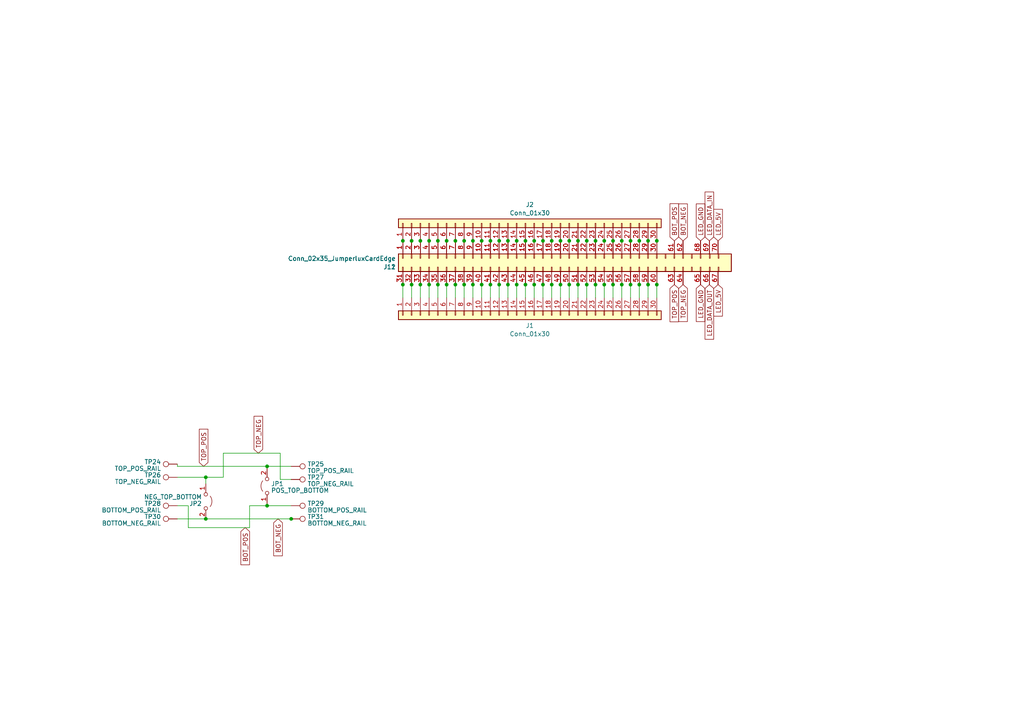
<source format=kicad_sch>
(kicad_sch (version 20231120) (generator "eeschema") (generator_version "8.0")
  (paper "A4")
  (lib_symbols
    (symbol "Connector_Generic:Conn_01x30" (pin_names (offset 1.016) hide)
      (property "Reference" "J" (at 0 38.1 0))
      (property "Value" "Conn_01x30" (at 0 -40.64 0))
      (symbol "Conn_01x30_1_1"
        (rectangle (start -1.27 -37.973) (end 0 -38.227) (stroke (width 0.1524)))
        (rectangle (start -1.27 -35.433) (end 0 -35.687) (stroke (width 0.1524)))
        (rectangle (start -1.27 -32.893) (end 0 -33.147) (stroke (width 0.1524)))
        (rectangle (start -1.27 -30.353) (end 0 -30.607) (stroke (width 0.1524)))
        (rectangle (start -1.27 -27.813) (end 0 -28.067) (stroke (width 0.1524)))
        (rectangle (start -1.27 -25.273) (end 0 -25.527) (stroke (width 0.1524)))
        (rectangle (start -1.27 -22.733) (end 0 -22.987) (stroke (width 0.1524)))
        (rectangle (start -1.27 -20.193) (end 0 -20.447) (stroke (width 0.1524)))
        (rectangle (start -1.27 -17.653) (end 0 -17.907) (stroke (width 0.1524)))
        (rectangle (start -1.27 -15.113) (end 0 -15.367) (stroke (width 0.1524)))
        (rectangle (start -1.27 -12.573) (end 0 -12.827) (stroke (width 0.1524)))
        (rectangle (start -1.27 -10.033) (end 0 -10.287) (stroke (width 0.1524)))
        (rectangle (start -1.27 -7.493) (end 0 -7.747) (stroke (width 0.1524)))
        (rectangle (start -1.27 -4.953) (end 0 -5.207) (stroke (width 0.1524)))
        (rectangle (start -1.27 -2.413) (end 0 -2.667) (stroke (width 0.1524)))
        (rectangle (start -1.27 0.127) (end 0 -0.127) (stroke (width 0.1524)))
        (rectangle (start -1.27 2.667) (end 0 2.413) (stroke (width 0.1524)))
        (rectangle (start -1.27 5.207) (end 0 4.953) (stroke (width 0.1524)))
        (rectangle (start -1.27 7.747) (end 0 7.493) (stroke (width 0.1524)))
        (rectangle (start -1.27 10.287) (end 0 10.033) (stroke (width 0.1524)))
        (rectangle (start -1.27 12.827) (end 0 12.573) (stroke (width 0.1524)))
        (rectangle (start -1.27 15.367) (end 0 15.113) (stroke (width 0.1524)))
        (rectangle (start -1.27 17.907) (end 0 17.653) (stroke (width 0.1524)))
        (rectangle (start -1.27 20.447) (end 0 20.193) (stroke (width 0.1524)))
        (rectangle (start -1.27 22.987) (end 0 22.733) (stroke (width 0.1524)))
        (rectangle (start -1.27 25.527) (end 0 25.273) (stroke (width 0.1524)))
        (rectangle (start -1.27 28.067) (end 0 27.813) (stroke (width 0.1524)))
        (rectangle (start -1.27 30.607) (end 0 30.353) (stroke (width 0.1524)))
        (rectangle (start -1.27 33.147) (end 0 32.893) (stroke (width 0.1524)))
        (rectangle (start -1.27 35.687) (end 0 35.433) (stroke (width 0.1524)))
        (rectangle (start -1.27 36.83) (end 1.27 -39.37) (stroke (width 0.254)) (fill (type background)))
        (pin passive line (at -5.08 35.56 0) (length 3.81) (name "Pin_1") (number "1"))
        (pin passive line (at -5.08 12.7 0) (length 3.81) (name "Pin_10") (number "10"))
        (pin passive line (at -5.08 10.16 0) (length 3.81) (name "Pin_11") (number "11"))
        (pin passive line (at -5.08 7.62 0) (length 3.81) (name "Pin_12") (number "12"))
        (pin passive line (at -5.08 5.08 0) (length 3.81) (name "Pin_13") (number "13"))
        (pin passive line (at -5.08 2.54 0) (length 3.81) (name "Pin_14") (number "14"))
        (pin passive line (at -5.08 0 0) (length 3.81) (name "Pin_15") (number "15"))
        (pin passive line (at -5.08 -2.54 0) (length 3.81) (name "Pin_16") (number "16"))
        (pin passive line (at -5.08 -5.08 0) (length 3.81) (name "Pin_17") (number "17"))
        (pin passive line (at -5.08 -7.62 0) (length 3.81) (name "Pin_18") (number "18"))
        (pin passive line (at -5.08 -10.16 0) (length 3.81) (name "Pin_19") (number "19"))
        (pin passive line (at -5.08 33.02 0) (length 3.81) (name "Pin_2") (number "2"))
        (pin passive line (at -5.08 -12.7 0) (length 3.81) (name "Pin_20") (number "20"))
        (pin passive line (at -5.08 -15.24 0) (length 3.81) (name "Pin_21") (number "21"))
        (pin passive line (at -5.08 -17.78 0) (length 3.81) (name "Pin_22") (number "22"))
        (pin passive line (at -5.08 -20.32 0) (length 3.81) (name "Pin_23") (number "23"))
        (pin passive line (at -5.08 -22.86 0) (length 3.81) (name "Pin_24") (number "24"))
        (pin passive line (at -5.08 -25.4 0) (length 3.81) (name "Pin_25") (number "25"))
        (pin passive line (at -5.08 -27.94 0) (length 3.81) (name "Pin_26") (number "26"))
        (pin passive line (at -5.08 -30.48 0) (length 3.81) (name "Pin_27") (number "27"))
        (pin passive line (at -5.08 -33.02 0) (length 3.81) (name "Pin_28") (number "28"))
        (pin passive line (at -5.08 -35.56 0) (length 3.81) (name "Pin_29") (number "29"))
        (pin passive line (at -5.08 30.48 0) (length 3.81) (name "Pin_3") (number "3"))
        (pin passive line (at -5.08 -38.1 0) (length 3.81) (name "Pin_30") (number "30"))
        (pin passive line (at -5.08 27.94 0) (length 3.81) (name "Pin_4") (number "4"))
        (pin passive line (at -5.08 25.4 0) (length 3.81) (name "Pin_5") (number "5"))
        (pin passive line (at -5.08 22.86 0) (length 3.81) (name "Pin_6") (number "6"))
        (pin passive line (at -5.08 20.32 0) (length 3.81) (name "Pin_7") (number "7"))
        (pin passive line (at -5.08 17.78 0) (length 3.81) (name "Pin_8") (number "8"))
        (pin passive line (at -5.08 15.24 0) (length 3.81) (name "Pin_9") (number "9"))
      )
    )
    (symbol "Connector_Generic:Conn_02x35_JumperluxCardEdge" (pin_names (offset 1.016) hide)
      (property "Reference" "J" (at 1.27 45.72 0))
      (property "Value" "Conn_02x35_JumperluxCardEdge" (at 1.27 -54.61 0))
      (symbol "Conn_02x35_JumperluxCardEdge_1_1"
        (rectangle (start -1.27 -48.26) (end 0 -48.514) (stroke (width 0.1524)))
        (rectangle (start -1.27 -45.72) (end 0 -45.974) (stroke (width 0.1524)))
        (rectangle (start -1.27 -43.053) (end 0 -43.307) (stroke (width 0.1524)))
        (rectangle (start -1.27 -40.513) (end 0 -40.767) (stroke (width 0.1524)))
        (rectangle (start -1.27 -37.973) (end 0 -38.227) (stroke (width 0.1524)))
        (rectangle (start -1.27 -35.433) (end 0 -35.687) (stroke (width 0.1524)))
        (rectangle (start -1.27 -32.893) (end 0 -33.147) (stroke (width 0.1524)))
        (rectangle (start -1.27 -30.353) (end 0 -30.607) (stroke (width 0.1524)))
        (rectangle (start -1.27 -27.813) (end 0 -28.067) (stroke (width 0.1524)))
        (rectangle (start -1.27 -25.273) (end 0 -25.527) (stroke (width 0.1524)))
        (rectangle (start -1.27 -22.733) (end 0 -22.987) (stroke (width 0.1524)))
        (rectangle (start -1.27 -20.193) (end 0 -20.447) (stroke (width 0.1524)))
        (rectangle (start -1.27 -17.653) (end 0 -17.907) (stroke (width 0.1524)))
        (rectangle (start -1.27 -15.113) (end 0 -15.367) (stroke (width 0.1524)))
        (rectangle (start -1.27 -12.573) (end 0 -12.827) (stroke (width 0.1524)))
        (rectangle (start -1.27 -10.033) (end 0 -10.287) (stroke (width 0.1524)))
        (rectangle (start -1.27 -7.493) (end 0 -7.747) (stroke (width 0.1524)))
        (rectangle (start -1.27 -4.953) (end 0 -5.207) (stroke (width 0.1524)))
        (rectangle (start -1.27 -2.413) (end 0 -2.667) (stroke (width 0.1524)))
        (rectangle (start -1.27 0.127) (end 0 -0.127) (stroke (width 0.1524)))
        (rectangle (start -1.27 2.667) (end 0 2.413) (stroke (width 0.1524)))
        (rectangle (start -1.27 5.207) (end 0 4.953) (stroke (width 0.1524)))
        (rectangle (start -1.27 7.747) (end 0 7.493) (stroke (width 0.1524)))
        (rectangle (start -1.27 10.287) (end 0 10.033) (stroke (width 0.1524)))
        (rectangle (start -1.27 12.827) (end 0 12.573) (stroke (width 0.1524)))
        (rectangle (start -1.27 15.367) (end 0 15.113) (stroke (width 0.1524)))
        (rectangle (start -1.27 17.907) (end 0 17.653) (stroke (width 0.1524)))
        (rectangle (start -1.27 20.447) (end 0 20.193) (stroke (width 0.1524)))
        (rectangle (start -1.27 22.987) (end 0 22.733) (stroke (width 0.1524)))
        (rectangle (start -1.27 25.527) (end 0 25.273) (stroke (width 0.1524)))
        (rectangle (start -1.27 28.067) (end 0 27.813) (stroke (width 0.1524)))
        (rectangle (start -1.27 30.607) (end 0 30.353) (stroke (width 0.1524)))
        (rectangle (start -1.27 33.147) (end 0 32.893) (stroke (width 0.1524)))
        (rectangle (start -1.27 35.687) (end 0 35.433) (stroke (width 0.1524)))
        (rectangle (start -1.27 38.227) (end 0 37.973) (stroke (width 0.1524)))
        (rectangle (start -1.27 40.767) (end 0 40.513) (stroke (width 0.1524)))
        (rectangle (start -1.27 43.307) (end 0 43.053) (stroke (width 0.1524)))
        (rectangle (start -1.27 44.45) (end 3.81 -52.07) (stroke (width 0.254)) (fill (type background)))
        (rectangle (start 2.54 -48.26) (end 3.81 -48.514) (stroke (width 0.1524)))
        (rectangle (start 2.54 -45.72) (end 3.81 -45.974) (stroke (width 0.1524)))
        (rectangle (start 2.54 -40.513) (end 3.81 -40.767) (stroke (width 0.1524)))
        (rectangle (start 3.81 -43.053) (end 2.54 -43.307) (stroke (width 0.1524)))
        (rectangle (start 3.81 -37.973) (end 2.54 -38.227) (stroke (width 0.1524)))
        (rectangle (start 3.81 -35.433) (end 2.54 -35.687) (stroke (width 0.1524)))
        (rectangle (start 3.81 -32.893) (end 2.54 -33.147) (stroke (width 0.1524)))
        (rectangle (start 3.81 -30.353) (end 2.54 -30.607) (stroke (width 0.1524)))
        (rectangle (start 3.81 -27.813) (end 2.54 -28.067) (stroke (width 0.1524)))
        (rectangle (start 3.81 -25.273) (end 2.54 -25.527) (stroke (width 0.1524)))
        (rectangle (start 3.81 -22.733) (end 2.54 -22.987) (stroke (width 0.1524)))
        (rectangle (start 3.81 -20.193) (end 2.54 -20.447) (stroke (width 0.1524)))
        (rectangle (start 3.81 -17.653) (end 2.54 -17.907) (stroke (width 0.1524)))
        (rectangle (start 3.81 -15.113) (end 2.54 -15.367) (stroke (width 0.1524)))
        (rectangle (start 3.81 -12.573) (end 2.54 -12.827) (stroke (width 0.1524)))
        (rectangle (start 3.81 -10.033) (end 2.54 -10.287) (stroke (width 0.1524)))
        (rectangle (start 3.81 -7.493) (end 2.54 -7.747) (stroke (width 0.1524)))
        (rectangle (start 3.81 -4.953) (end 2.54 -5.207) (stroke (width 0.1524)))
        (rectangle (start 3.81 -2.413) (end 2.54 -2.667) (stroke (width 0.1524)))
        (rectangle (start 3.81 0.127) (end 2.54 -0.127) (stroke (width 0.1524)))
        (rectangle (start 3.81 2.667) (end 2.54 2.413) (stroke (width 0.1524)))
        (rectangle (start 3.81 5.207) (end 2.54 4.953) (stroke (width 0.1524)))
        (rectangle (start 3.81 7.747) (end 2.54 7.493) (stroke (width 0.1524)))
        (rectangle (start 3.81 10.287) (end 2.54 10.033) (stroke (width 0.1524)))
        (rectangle (start 3.81 12.827) (end 2.54 12.573) (stroke (width 0.1524)))
        (rectangle (start 3.81 15.367) (end 2.54 15.113) (stroke (width 0.1524)))
        (rectangle (start 3.81 17.907) (end 2.54 17.653) (stroke (width 0.1524)))
        (rectangle (start 3.81 20.447) (end 2.54 20.193) (stroke (width 0.1524)))
        (rectangle (start 3.81 22.987) (end 2.54 22.733) (stroke (width 0.1524)))
        (rectangle (start 3.81 25.527) (end 2.54 25.273) (stroke (width 0.1524)))
        (rectangle (start 3.81 28.067) (end 2.54 27.813) (stroke (width 0.1524)))
        (rectangle (start 3.81 30.607) (end 2.54 30.353) (stroke (width 0.1524)))
        (rectangle (start 3.81 33.147) (end 2.54 32.893) (stroke (width 0.1524)))
        (rectangle (start 3.81 35.687) (end 2.54 35.433) (stroke (width 0.1524)))
        (rectangle (start 3.81 38.227) (end 2.54 37.973) (stroke (width 0.1524)))
        (rectangle (start 3.81 40.767) (end 2.54 40.513) (stroke (width 0.1524)))
        (rectangle (start 3.81 43.307) (end 2.54 43.053) (stroke (width 0.1524)))
        (pin passive line (at -5.08 43.18 0) (length 3.81) (name "Pin_1") (number "1"))
        (pin passive line (at -5.08 20.32 0) (length 3.81) (name "Pin_10") (number "10"))
        (pin passive line (at -5.08 17.78 0) (length 3.81) (name "Pin_11") (number "11"))
        (pin passive line (at -5.08 15.24 0) (length 3.81) (name "Pin_12") (number "12"))
        (pin passive line (at -5.08 12.7 0) (length 3.81) (name "Pin_13") (number "13"))
        (pin passive line (at -5.08 10.16 0) (length 3.81) (name "Pin_14") (number "14"))
        (pin passive line (at -5.08 7.62 0) (length 3.81) (name "Pin_15") (number "15"))
        (pin passive line (at -5.08 5.08 0) (length 3.81) (name "Pin_16") (number "16"))
        (pin passive line (at -5.08 2.54 0) (length 3.81) (name "Pin_17") (number "17"))
        (pin passive line (at -5.08 0 0) (length 3.81) (name "Pin_18") (number "18"))
        (pin passive line (at -5.08 -2.54 0) (length 3.81) (name "Pin_19") (number "19"))
        (pin passive line (at -5.08 40.64 0) (length 3.81) (name "Pin_2") (number "2"))
        (pin passive line (at -5.08 -5.08 0) (length 3.81) (name "Pin_20") (number "20"))
        (pin passive line (at -5.08 -7.62 0) (length 3.81) (name "Pin_21") (number "21"))
        (pin passive line (at -5.08 -10.16 0) (length 3.81) (name "Pin_22") (number "22"))
        (pin passive line (at -5.08 -12.7 0) (length 3.81) (name "Pin_23") (number "23"))
        (pin passive line (at -5.08 -15.24 0) (length 3.81) (name "Pin_24") (number "24"))
        (pin passive line (at -5.08 -17.78 0) (length 3.81) (name "Pin_25") (number "25"))
        (pin passive line (at -5.08 -20.32 0) (length 3.81) (name "Pin_26") (number "26"))
        (pin passive line (at -5.08 -22.86 0) (length 3.81) (name "Pin_27") (number "27"))
        (pin passive line (at -5.08 -25.4 0) (length 3.81) (name "Pin_28") (number "28"))
        (pin passive line (at -5.08 -27.94 0) (length 3.81) (name "Pin_29") (number "29"))
        (pin passive line (at -5.08 38.1 0) (length 3.81) (name "Pin_3") (number "3"))
        (pin passive line (at -5.08 -30.48 0) (length 3.81) (name "Pin_30") (number "30"))
        (pin passive line (at 7.62 43.18 180) (length 3.81) (name "Pin_31") (number "31"))
        (pin passive line (at 7.62 40.64 180) (length 3.81) (name "Pin_32") (number "32"))
        (pin passive line (at 7.62 38.1 180) (length 3.81) (name "Pin_33") (number "33"))
        (pin passive line (at 7.62 35.56 180) (length 3.81) (name "Pin_34") (number "34"))
        (pin passive line (at 7.62 33.02 180) (length 3.81) (name "Pin_35") (number "35"))
        (pin passive line (at 7.62 30.48 180) (length 3.81) (name "Pin_36") (number "36"))
        (pin passive line (at 7.62 27.94 180) (length 3.81) (name "Pin_37") (number "37"))
        (pin passive line (at 7.62 25.4 180) (length 3.81) (name "Pin_38") (number "38"))
        (pin passive line (at 7.62 22.86 180) (length 3.81) (name "Pin_39") (number "39"))
        (pin passive line (at -5.08 35.56 0) (length 3.81) (name "Pin_4") (number "4"))
        (pin passive line (at 7.62 20.32 180) (length 3.81) (name "Pin_40") (number "40"))
        (pin passive line (at 7.62 17.78 180) (length 3.81) (name "Pin_41") (number "41"))
        (pin passive line (at 7.62 15.24 180) (length 3.81) (name "Pin_42") (number "42"))
        (pin passive line (at 7.62 12.7 180) (length 3.81) (name "Pin_43") (number "43"))
        (pin passive line (at 7.62 10.16 180) (length 3.81) (name "Pin_44") (number "44"))
        (pin passive line (at 7.62 7.62 180) (length 3.81) (name "Pin_45") (number "45"))
        (pin passive line (at 7.62 5.08 180) (length 3.81) (name "Pin_46") (number "46"))
        (pin passive line (at 7.62 2.54 180) (length 3.81) (name "Pin_47") (number "47"))
        (pin passive line (at 7.62 0 180) (length 3.81) (name "Pin_48") (number "48"))
        (pin passive line (at 7.62 -2.54 180) (length 3.81) (name "Pin_49") (number "49"))
        (pin passive line (at -5.08 33.02 0) (length 3.81) (name "Pin_5") (number "5"))
        (pin passive line (at 7.62 -5.08 180) (length 3.81) (name "Pin_50") (number "50"))
        (pin passive line (at 7.62 -7.62 180) (length 3.81) (name "Pin_51") (number "51"))
        (pin passive line (at 7.62 -10.16 180) (length 3.81) (name "Pin_52") (number "52"))
        (pin passive line (at 7.62 -12.7 180) (length 3.81) (name "Pin_53") (number "53"))
        (pin passive line (at 7.62 -15.24 180) (length 3.81) (name "Pin_54") (number "54"))
        (pin passive line (at 7.62 -17.78 180) (length 3.81) (name "Pin_55") (number "55"))
        (pin passive line (at 7.62 -20.32 180) (length 3.81) (name "Pin_56") (number "56"))
        (pin passive line (at 7.62 -22.86 180) (length 3.81) (name "Pin_57") (number "57"))
        (pin passive line (at 7.62 -25.4 180) (length 3.81) (name "Pin_58") (number "58"))
        (pin passive line (at 7.62 -27.94 180) (length 3.81) (name "Pin_59") (number "59"))
        (pin passive line (at -5.08 30.48 0) (length 3.81) (name "Pin_6") (number "6"))
        (pin passive line (at 7.62 -30.48 180) (length 3.81) (name "Pin_60") (number "60"))
        (pin passive line (at -5.08 -35.56 0) (length 3.81) (name "Pin_61") (number "61"))
        (pin passive line (at -5.08 -38.1 0) (length 3.81) (name "Pin_62") (number "62"))
        (pin passive line (at 7.62 -35.56 180) (length 3.81) (name "Pin_63") (number "63"))
        (pin passive line (at 7.62 -38.1 180) (length 3.81) (name "Pin_64") (number "64"))
        (pin passive line (at 7.62 -43.18 180) (length 3.81) (name "Pin_65") (number "65"))
        (pin passive line (at 7.62 -45.72 180) (length 3.81) (name "Pin_66") (number "66"))
        (pin passive line (at 7.62 -48.26 180) (length 3.81) (name "Pin_67") (number "67"))
        (pin passive line (at -5.08 -43.18 0) (length 3.81) (name "Pin_68") (number "68"))
        (pin passive line (at -5.08 -45.72 0) (length 3.81) (name "Pin_69") (number "69"))
        (pin passive line (at -5.08 27.94 0) (length 3.81) (name "Pin_7") (number "7"))
        (pin passive line (at -5.08 -48.26 0) (length 3.81) (name "Pin_70") (number "70"))
        (pin passive line (at -5.08 25.4 0) (length 3.81) (name "Pin_8") (number "8"))
        (pin passive line (at -5.08 22.86 0) (length 3.81) (name "Pin_9") (number "9"))
      )
    )
    (symbol "Jumper:Jumper_2_Open" (pin_names (offset 0) hide)
      (property "Reference" "JP" (at 0 2.794 0))
      (property "Value" "Jumper_2_Open" (at 0 -2.286 0))
      (symbol "Jumper_2_Open_0_0"
        (circle (center -2.032 0) (radius 0.508))
        (circle (center 2.032 0) (radius 0.508))
      )
      (symbol "Jumper_2_Open_0_1"
        (arc (start 1.524 1.27) (mid 0 1.778) (end -1.524 1.27))
      )
      (symbol "Jumper_2_Open_1_1"
        (pin passive line (at -5.08 0 0) (length 2.54) (name "A") (number "1"))
        (pin passive line (at 5.08 0 180) (length 2.54) (name "B") (number "2"))
      )
    )
    (symbol "JumperlessSymbols:TestPoint" (pin_numbers hide) (pin_names (offset 0.762) hide)
      (property "Reference" "TP" (at 0 6.858 0))
      (property "Value" "TestPoint" (at 0 5.08 0))
      (symbol "TestPoint_0_1"
        (circle (center 0 3.302) (radius 0.762))
      )
      (symbol "TestPoint_1_1"
        (pin passive line (at 0 0 90) (length 2.54) (name "1") (number "1"))
      )
    )
  )
  (junction (at 127 82.55))
  (junction (at 142.24 82.55))
  (junction (at 182.88 82.55))
  (junction (at 132.08 69.85))
  (junction (at 160.02 69.85))
  (junction (at 165.1 69.85))
  (junction (at 172.72 82.55))
  (junction (at 119.38 69.85))
  (junction (at 147.32 69.85))
  (junction (at 182.88 69.85))
  (junction (at 172.72 69.85))
  (junction (at 127 69.85))
  (junction (at 144.78 69.85))
  (junction (at 185.42 69.85))
  (junction (at 167.64 69.85))
  (junction (at 157.48 69.85))
  (junction (at 124.46 82.55))
  (junction (at 142.24 69.85))
  (junction (at 187.96 82.55))
  (junction (at 139.7 82.55))
  (junction (at 165.1 82.55))
  (junction (at 84.455 150.495))
  (junction (at 177.8 69.85))
  (junction (at 147.32 82.55))
  (junction (at 170.18 82.55))
  (junction (at 132.08 82.55))
  (junction (at 154.94 82.55))
  (junction (at 187.96 69.85))
  (junction (at 180.34 69.85))
  (junction (at 157.48 82.55))
  (junction (at 162.56 69.85))
  (junction (at 185.42 82.55))
  (junction (at 121.92 82.55))
  (junction (at 124.46 69.85))
  (junction (at 116.84 82.55))
  (junction (at 137.16 69.85))
  (junction (at 190.5 82.55))
  (junction (at 167.64 82.55))
  (junction (at 144.78 82.55))
  (junction (at 77.47 135.255))
  (junction (at 119.38 82.55))
  (junction (at 175.26 69.85))
  (junction (at 121.92 69.85))
  (junction (at 154.94 69.85))
  (junction (at 177.8 82.55))
  (junction (at 116.84 69.85))
  (junction (at 190.5 69.85))
  (junction (at 149.86 82.55))
  (junction (at 180.34 82.55))
  (junction (at 149.86 69.85))
  (junction (at 129.54 69.85))
  (junction (at 139.7 69.85))
  (junction (at 129.54 82.55))
  (junction (at 170.18 69.85))
  (junction (at 134.62 82.55))
  (junction (at 152.4 69.85))
  (junction (at 59.69 150.495))
  (junction (at 134.62 69.85))
  (junction (at 59.69 138.43))
  (junction (at 152.4 82.55))
  (junction (at 160.02 82.55))
  (junction (at 175.26 82.55))
  (junction (at 162.56 82.55))
  (junction (at 77.47 146.685))
  (junction (at 137.16 82.55))
  (wire (pts (xy 64.77 138.43) (xy 59.69 138.43)))
  (wire (pts (xy 84.455 135.255) (xy 77.47 135.255)))
  (wire (pts (xy 77.47 135.255) (xy 51.435 135.255)))
  (wire (pts (xy 81.28 139.065) (xy 81.28 131.445)))
  (wire (pts (xy 187.96 86.36) (xy 187.96 82.55)))
  (wire (pts (xy 142.24 86.36) (xy 142.24 82.55)))
  (wire (pts (xy 84.455 139.065) (xy 81.28 139.065)))
  (wire (pts (xy 77.47 146.05) (xy 77.47 146.685)))
  (wire (pts (xy 132.08 86.36) (xy 132.08 82.55)))
  (wire (pts (xy 116.84 86.36) (xy 116.84 82.55)))
  (wire (pts (xy 147.32 86.36) (xy 147.32 82.55)))
  (wire (pts (xy 185.42 86.36) (xy 185.42 82.55)))
  (wire (pts (xy 180.34 86.36) (xy 180.34 82.55)))
  (wire (pts (xy 129.54 86.36) (xy 129.54 82.55)))
  (wire (pts (xy 190.5 86.36) (xy 190.5 82.55)))
  (wire (pts (xy 177.8 86.36) (xy 177.8 82.55)))
  (wire (pts (xy 175.26 86.36) (xy 175.26 82.55)))
  (wire (pts (xy 134.62 86.36) (xy 134.62 82.55)))
  (wire (pts (xy 54.61 153.035) (xy 72.39 153.035)))
  (wire (pts (xy 124.46 86.36) (xy 124.46 82.55)))
  (wire (pts (xy 77.47 135.255) (xy 77.47 135.89)))
  (wire (pts (xy 119.38 86.36) (xy 119.38 82.55)))
  (wire (pts (xy 165.1 86.36) (xy 165.1 82.55)))
  (wire (pts (xy 72.39 153.035) (xy 72.39 146.685)))
  (wire (pts (xy 81.28 131.445) (xy 64.77 131.445)))
  (wire (pts (xy 149.86 86.36) (xy 149.86 82.55)))
  (wire (pts (xy 162.56 86.36) (xy 162.56 82.55)))
  (wire (pts (xy 84.455 150.495) (xy 85.09 150.495)))
  (wire (pts (xy 137.16 86.36) (xy 137.16 82.55)))
  (wire (pts (xy 398.145 25.4) (xy 398.145 15.875)))
  (wire (pts (xy 160.02 86.36) (xy 160.02 82.55)))
  (wire (pts (xy 172.72 86.36) (xy 172.72 82.55)))
  (wire (pts (xy 72.39 146.685) (xy 77.47 146.685)))
  (wire (pts (xy 54.61 146.685) (xy 54.61 153.035)))
  (wire (pts (xy 64.77 131.445) (xy 64.77 138.43)))
  (wire (pts (xy 59.69 140.335) (xy 59.69 138.43)))
  (wire (pts (xy 59.69 138.43) (xy 51.435 138.43)))
  (wire (pts (xy 167.64 86.36) (xy 167.64 82.55)))
  (wire (pts (xy 51.435 150.495) (xy 59.69 150.495)))
  (wire (pts (xy 139.7 86.36) (xy 139.7 82.55)))
  (wire (pts (xy 144.78 86.36) (xy 144.78 82.55)))
  (wire (pts (xy 157.48 86.36) (xy 157.48 82.55)))
  (wire (pts (xy 152.4 86.36) (xy 152.4 82.55)))
  (wire (pts (xy 51.435 146.685) (xy 54.61 146.685)))
  (wire (pts (xy 182.88 86.36) (xy 182.88 82.55)))
  (wire (pts (xy 127 86.36) (xy 127 82.55)))
  (wire (pts (xy 59.69 150.495) (xy 84.455 150.495)))
  (wire (pts (xy 170.18 86.36) (xy 170.18 82.55)))
  (wire (pts (xy 51.435 135.255) (xy 51.435 134.62)))
  (wire (pts (xy 121.92 86.36) (xy 121.92 82.55)))
  (wire (pts (xy 77.47 146.685) (xy 84.455 146.685)))
  (wire (pts (xy 154.94 86.36) (xy 154.94 82.55)))
  (global_label "TOP_POS" (shape input) (at 59.055 135.255 90) (property "Intersheetrefs" "${INTERSHEET_REFS}" (effects (hide yes))))
  (global_label "LED_GND" (shape input) (at 203.2 82.55 270) (property "Intersheetrefs" "${INTERSHEET_REFS}" (effects (hide yes))))
  (global_label "BOT_POS" (shape input) (at 71.12 153.035 270) (property "Intersheetrefs" "${INTERSHEET_REFS}" (effects (hide yes))))
  (global_label "TOP_NEG" (shape input) (at 74.93 131.445 90) (property "Intersheetrefs" "${INTERSHEET_REFS}" (effects (hide yes))))
  (global_label "LED_DATA_IN" (shape input) (at 205.74 69.85 90) (property "Intersheetrefs" "${INTERSHEET_REFS}" (effects (hide yes))))
  (global_label "BOT_NEG" (shape input) (at 198.12 69.85 90) (property "Intersheetrefs" "${INTERSHEET_REFS}" (effects (hide yes))))
  (global_label "BOT_POS" (shape input) (at 195.58 69.85 90) (property "Intersheetrefs" "${INTERSHEET_REFS}" (effects (hide yes))))
  (global_label "BOT_NEG" (shape input) (at 80.645 150.495 270) (property "Intersheetrefs" "${INTERSHEET_REFS}" (effects (hide yes))))
  (global_label "TOP_NEG" (shape input) (at 198.12 82.55 270) (property "Intersheetrefs" "${INTERSHEET_REFS}" (effects (hide yes))))
  (global_label "TOP_POS" (shape input) (at 195.58 82.55 270) (property "Intersheetrefs" "${INTERSHEET_REFS}" (effects (hide yes))))
  (global_label "LED_5V" (shape input) (at 208.28 69.85 90) (property "Intersheetrefs" "${INTERSHEET_REFS}" (effects (hide yes))))
  (global_label "LED_DATA_OUT" (shape input) (at 205.74 82.55 270) (property "Intersheetrefs" "${INTERSHEET_REFS}" (effects (hide yes))))
  (global_label "LED_GND" (shape input) (at 203.2 69.85 90) (property "Intersheetrefs" "${INTERSHEET_REFS}" (effects (hide yes))))
  (global_label "LED_5V" (shape input) (at 208.28 82.55 270) (property "Intersheetrefs" "${INTERSHEET_REFS}" (effects (hide yes))))
  (symbol (lib_id "Jumper:Jumper_2_Open") (at 77.47 140.97 90) (unit 1)
    (property "Reference" "JP1" (at 78.613 140.3263 90) (effects (justify right)))
    (property "Value" "POS_TOP_BOTTOM" (at 78.613 142.2473 90) (effects (justify right)))
    (property "Footprint" "Jumper:SolderJumper-2_P1.3mm_Open_RoundedPad1.0x1.5mm" (effects (hide yes)))
  )
  (symbol (lib_id "Connector_Generic:Conn_01x30") (at 152.4 91.44 90) (mirror x) (unit 1)
    (property "Reference" "J1" (at 153.67 94.4301 90))
    (property "Value" "Conn_01x30" (at 153.67 96.8543 90))
    (property "Footprint" "JumperlessFootprints:ProtoboardRow" (effects (hide yes)))
  )
  (symbol (lib_id "JumperlessSymbols:TestPoint") (at 51.435 138.43 90) (mirror x) (unit 1)
    (property "Reference" "TP26" (at 46.736 137.7863 90) (effects (justify left)))
    (property "Value" "TOP_NEG_RAIL" (at 46.736 139.7073 90) (effects (justify left)))
    (property "Footprint" "Connector_PinHeader_2.54mm:PinHeader_1x01_P2.54mm_Vertical_Rounded" (effects (hide yes)))
  )
  (symbol (lib_id "Connector_Generic:Conn_01x30") (at 152.4 64.77 90) (unit 1)
    (property "Reference" "J2" (at 153.67 59.3557 90))
    (property "Value" "Conn_01x30" (at 153.67 61.7799 90))
    (property "Footprint" "JumperlessFootprints:ProtoboardRow" (effects (hide yes)))
  )
  (symbol (lib_id "Connector_Generic:Conn_02x35_JumperluxCardEdge") (at 160.02 74.93 90) (mirror x) (unit 1)
    (property "Reference" "J12" (at 114.8081 77.4121 90) (effects (justify left)))
    (property "Value" "Conn_02x35_JumperluxCardEdge" (at 114.8081 74.9879 90) (effects (justify left)))
    (property "Footprint" "JumperlessFootprints:HEE70LP03BK_Daughter_Penis" (effects (hide yes)))
  )
  (symbol (lib_id "JumperlessSymbols:TestPoint") (at 51.435 146.685 90) (mirror x) (unit 1)
    (property "Reference" "TP28" (at 46.736 146.0413 90) (effects (justify left)))
    (property "Value" "BOTTOM_POS_RAIL" (at 46.736 147.9623 90) (effects (justify left)))
    (property "Footprint" "Connector_PinHeader_2.54mm:PinHeader_1x01_P2.54mm_Vertical_Rounded" (effects (hide yes)))
  )
  (symbol (lib_id "JumperlessSymbols:TestPoint") (at 84.455 139.065 270) (unit 1)
    (property "Reference" "TP27" (at 89.154 138.4213 90) (effects (justify left)))
    (property "Value" "TOP_NEG_RAIL" (at 89.154 140.3423 90) (effects (justify left)))
    (property "Footprint" "Connector_PinHeader_2.54mm:PinHeader_1x01_P2.54mm_Vertical_Rounded" (effects (hide yes)))
  )
  (symbol (lib_id "Connector_Generic:Conn_02x35_JumperluxCardEdge") (at 160.02 74.93 90) (mirror x) (unit 1)
    (property "Reference" "J11" (at 114.8081 77.4121 90) (effects (justify left)))
    (property "Value" "Conn_02x35_JumperluxCardEdge" (at 114.8081 74.9879 90) (effects (justify left)))
    (property "Footprint" "JumperlessFootprints:HEE70LP03BK_Daughter_Penis" (effects (hide yes)))
  )
  (symbol (lib_id "JumperlessSymbols:TestPoint") (at 84.455 146.685 270) (unit 1)
    (property "Reference" "TP29" (at 89.154 146.0413 90) (effects (justify left)))
    (property "Value" "BOTTOM_POS_RAIL" (at 89.154 147.9623 90) (effects (justify left)))
    (property "Footprint" "Connector_PinHeader_2.54mm:PinHeader_1x01_P2.54mm_Vertical_Rounded" (effects (hide yes)))
  )
  (symbol (lib_id "Jumper:Jumper_2_Open") (at 59.69 145.415 270) (unit 1)
    (property "Reference" "JP2" (at 58.547 146.0587 90) (effects (justify right)))
    (property "Value" "NEG_TOP_BOTTOM" (at 58.547 144.1377 90) (effects (justify right)))
    (property "Footprint" "Jumper:SolderJumper-2_P1.3mm_Open_RoundedPad1.0x1.5mm" (effects (hide yes)))
  )
  (symbol (lib_id "JumperlessSymbols:TestPoint") (at 84.455 135.255 270) (unit 1)
    (property "Reference" "TP25" (at 89.154 134.6113 90) (effects (justify left)))
    (property "Value" "TOP_POS_RAIL" (at 89.154 136.5323 90) (effects (justify left)))
    (property "Footprint" "Connector_PinHeader_2.54mm:PinHeader_1x01_P2.54mm_Vertical_Rounded" (effects (hide yes)))
  )
  (symbol (lib_id "JumperlessSymbols:TestPoint") (at 84.455 150.495 270) (unit 1)
    (property "Reference" "TP31" (at 89.154 149.8513 90) (effects (justify left)))
    (property "Value" "BOTTOM_NEG_RAIL" (at 89.154 151.7723 90) (effects (justify left)))
    (property "Footprint" "Connector_PinHeader_2.54mm:PinHeader_1x01_P2.54mm_Vertical_Rounded" (effects (hide yes)))
  )
  (symbol (lib_id "JumperlessSymbols:TestPoint") (at 51.435 134.62 90) (mirror x) (unit 1)
    (property "Reference" "TP24" (at 46.736 133.9763 90) (effects (justify left)))
    (property "Value" "TOP_POS_RAIL" (at 46.736 135.8973 90) (effects (justify left)))
    (property "Footprint" "Connector_PinHeader_2.54mm:PinHeader_1x01_P2.54mm_Vertical_Rounded" (effects (hide yes)))
  )
  (symbol (lib_id "JumperlessSymbols:TestPoint") (at 51.435 150.495 90) (mirror x) (unit 1)
    (property "Reference" "TP30" (at 46.736 149.8513 90) (effects (justify left)))
    (property "Value" "BOTTOM_NEG_RAIL" (at 46.736 151.7723 90) (effects (justify left)))
    (property "Footprint" "Connector_PinHeader_2.54mm:PinHeader_1x01_P2.54mm_Vertical_Rounded" (effects (hide yes)))
  )
)
</source>
